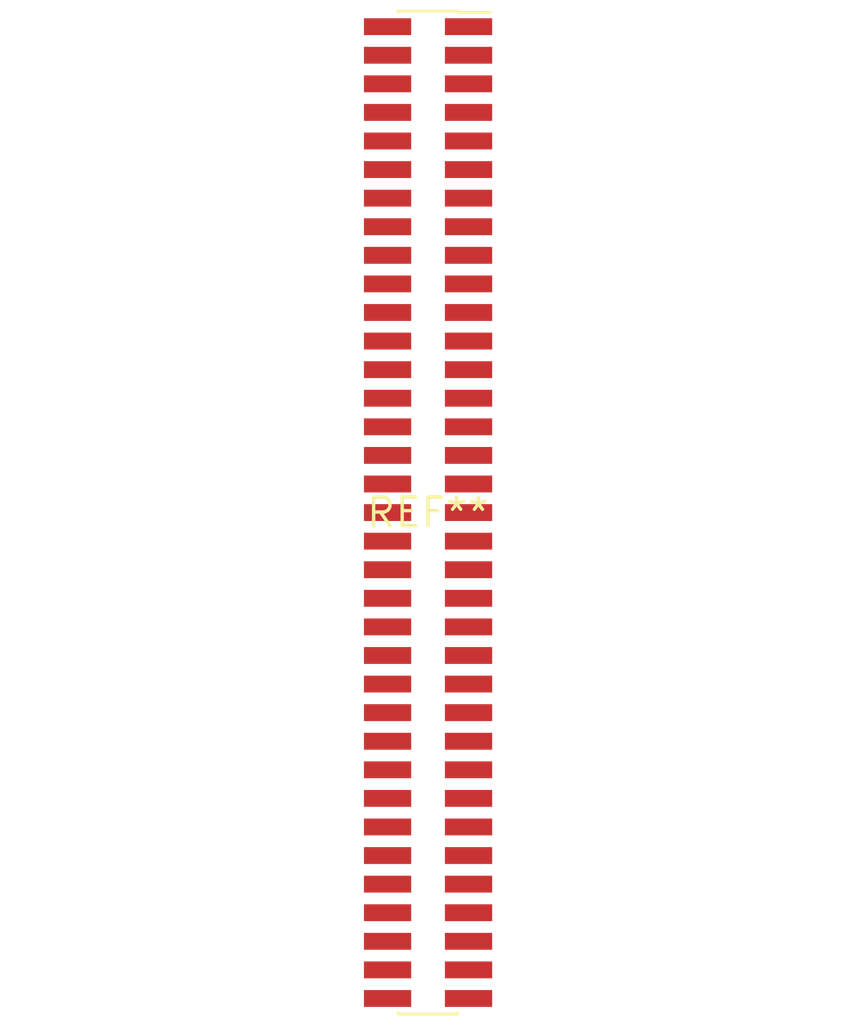
<source format=kicad_pcb>
(kicad_pcb (version 20240108) (generator pcbnew)
  (layers (0 "F.Cu" signal) (31 "B.Cu" signal) (34 "B.Paste" user) (35 "F.Paste" user) (36 "B.SilkS" user "B.Silkscreen") (37 "F.SilkS" user "F.Silkscreen") (38 "B.Mask" user) (39 "F.Mask" user) (44 "Edge.Cuts" user))
  (net 0 "")
  (footprint "PinSocket_2x35_P1.27mm_Vertical_SMD" (layer "F.Cu") (at 0 0)
    (property "Reference" "REF**")
    (property "Value" "PinSocket_2x35_P1.27mm_Vertical_SMD")
    (fp_line (start -1.33 -22.285) (end -1.33 -22.225) (layer "F.SilkS") (stroke (width 0.12)))
    (fp_line (start -1.33 -22.285) (end 1.33 -22.285) (layer "F.SilkS") (stroke (width 0.12)))
    (fp_line (start -1.33 22.225) (end -1.33 22.285) (layer "F.SilkS") (stroke (width 0.12)))
    (fp_line (start -1.33 22.285) (end 1.33 22.285) (layer "F.SilkS") (stroke (width 0.12)))
    (fp_line (start 1.33 -22.285) (end 1.33 -22.225) (layer "F.SilkS") (stroke (width 0.12)))
    (fp_line (start 1.33 -22.225) (end 2.79 -22.225) (layer "F.SilkS") (stroke (width 0.12)))
    (fp_line (start 1.33 22.225) (end 1.33 22.285) (layer "F.SilkS") (stroke (width 0.12)))
    (pad "1" smd rect (at 1.8 -21.59) (size 2.1 0.75) (layers "F.Cu" "F.Paste" "F.Mask"))
    (pad "2" smd rect (at -1.8 -21.59) (size 2.1 0.75) (layers "F.Cu" "F.Paste" "F.Mask"))
    (pad "3" smd rect (at 1.8 -20.32) (size 2.1 0.75) (layers "F.Cu" "F.Paste" "F.Mask"))
    (pad "4" smd rect (at -1.8 -20.32) (size 2.1 0.75) (layers "F.Cu" "F.Paste" "F.Mask"))
    (pad "5" smd rect (at 1.8 -19.05) (size 2.1 0.75) (layers "F.Cu" "F.Paste" "F.Mask"))
    (pad "6" smd rect (at -1.8 -19.05) (size 2.1 0.75) (layers "F.Cu" "F.Paste" "F.Mask"))
    (pad "7" smd rect (at 1.8 -17.78) (size 2.1 0.75) (layers "F.Cu" "F.Paste" "F.Mask"))
    (pad "8" smd rect (at -1.8 -17.78) (size 2.1 0.75) (layers "F.Cu" "F.Paste" "F.Mask"))
    (pad "9" smd rect (at 1.8 -16.51) (size 2.1 0.75) (layers "F.Cu" "F.Paste" "F.Mask"))
    (pad "10" smd rect (at -1.8 -16.51) (size 2.1 0.75) (layers "F.Cu" "F.Paste" "F.Mask"))
    (pad "11" smd rect (at 1.8 -15.24) (size 2.1 0.75) (layers "F.Cu" "F.Paste" "F.Mask"))
    (pad "12" smd rect (at -1.8 -15.24) (size 2.1 0.75) (layers "F.Cu" "F.Paste" "F.Mask"))
    (pad "13" smd rect (at 1.8 -13.97) (size 2.1 0.75) (layers "F.Cu" "F.Paste" "F.Mask"))
    (pad "14" smd rect (at -1.8 -13.97) (size 2.1 0.75) (layers "F.Cu" "F.Paste" "F.Mask"))
    (pad "15" smd rect (at 1.8 -12.7) (size 2.1 0.75) (layers "F.Cu" "F.Paste" "F.Mask"))
    (pad "16" smd rect (at -1.8 -12.7) (size 2.1 0.75) (layers "F.Cu" "F.Paste" "F.Mask"))
    (pad "17" smd rect (at 1.8 -11.43) (size 2.1 0.75) (layers "F.Cu" "F.Paste" "F.Mask"))
    (pad "18" smd rect (at -1.8 -11.43) (size 2.1 0.75) (layers "F.Cu" "F.Paste" "F.Mask"))
    (pad "19" smd rect (at 1.8 -10.16) (size 2.1 0.75) (layers "F.Cu" "F.Paste" "F.Mask"))
    (pad "20" smd rect (at -1.8 -10.16) (size 2.1 0.75) (layers "F.Cu" "F.Paste" "F.Mask"))
    (pad "21" smd rect (at 1.8 -8.89) (size 2.1 0.75) (layers "F.Cu" "F.Paste" "F.Mask"))
    (pad "22" smd rect (at -1.8 -8.89) (size 2.1 0.75) (layers "F.Cu" "F.Paste" "F.Mask"))
    (pad "23" smd rect (at 1.8 -7.62) (size 2.1 0.75) (layers "F.Cu" "F.Paste" "F.Mask"))
    (pad "24" smd rect (at -1.8 -7.62) (size 2.1 0.75) (layers "F.Cu" "F.Paste" "F.Mask"))
    (pad "25" smd rect (at 1.8 -6.35) (size 2.1 0.75) (layers "F.Cu" "F.Paste" "F.Mask"))
    (pad "26" smd rect (at -1.8 -6.35) (size 2.1 0.75) (layers "F.Cu" "F.Paste" "F.Mask"))
    (pad "27" smd rect (at 1.8 -5.08) (size 2.1 0.75) (layers "F.Cu" "F.Paste" "F.Mask"))
    (pad "28" smd rect (at -1.8 -5.08) (size 2.1 0.75) (layers "F.Cu" "F.Paste" "F.Mask"))
    (pad "29" smd rect (at 1.8 -3.81) (size 2.1 0.75) (layers "F.Cu" "F.Paste" "F.Mask"))
    (pad "30" smd rect (at -1.8 -3.81) (size 2.1 0.75) (layers "F.Cu" "F.Paste" "F.Mask"))
    (pad "31" smd rect (at 1.8 -2.54) (size 2.1 0.75) (layers "F.Cu" "F.Paste" "F.Mask"))
    (pad "32" smd rect (at -1.8 -2.54) (size 2.1 0.75) (layers "F.Cu" "F.Paste" "F.Mask"))
    (pad "33" smd rect (at 1.8 -1.27) (size 2.1 0.75) (layers "F.Cu" "F.Paste" "F.Mask"))
    (pad "34" smd rect (at -1.8 -1.27) (size 2.1 0.75) (layers "F.Cu" "F.Paste" "F.Mask"))
    (pad "35" smd rect (at 1.8 0) (size 2.1 0.75) (layers "F.Cu" "F.Paste" "F.Mask"))
    (pad "36" smd rect (at -1.8 0) (size 2.1 0.75) (layers "F.Cu" "F.Paste" "F.Mask"))
    (pad "37" smd rect (at 1.8 1.27) (size 2.1 0.75) (layers "F.Cu" "F.Paste" "F.Mask"))
    (pad "38" smd rect (at -1.8 1.27) (size 2.1 0.75) (layers "F.Cu" "F.Paste" "F.Mask"))
    (pad "39" smd rect (at 1.8 2.54) (size 2.1 0.75) (layers "F.Cu" "F.Paste" "F.Mask"))
    (pad "40" smd rect (at -1.8 2.54) (size 2.1 0.75) (layers "F.Cu" "F.Paste" "F.Mask"))
    (pad "41" smd rect (at 1.8 3.81) (size 2.1 0.75) (layers "F.Cu" "F.Paste" "F.Mask"))
    (pad "42" smd rect (at -1.8 3.81) (size 2.1 0.75) (layers "F.Cu" "F.Paste" "F.Mask"))
    (pad "43" smd rect (at 1.8 5.08) (size 2.1 0.75) (layers "F.Cu" "F.Paste" "F.Mask"))
    (pad "44" smd rect (at -1.8 5.08) (size 2.1 0.75) (layers "F.Cu" "F.Paste" "F.Mask"))
    (pad "45" smd rect (at 1.8 6.35) (size 2.1 0.75) (layers "F.Cu" "F.Paste" "F.Mask"))
    (pad "46" smd rect (at -1.8 6.35) (size 2.1 0.75) (layers "F.Cu" "F.Paste" "F.Mask"))
    (pad "47" smd rect (at 1.8 7.62) (size 2.1 0.75) (layers "F.Cu" "F.Paste" "F.Mask"))
    (pad "48" smd rect (at -1.8 7.62) (size 2.1 0.75) (layers "F.Cu" "F.Paste" "F.Mask"))
    (pad "49" smd rect (at 1.8 8.89) (size 2.1 0.75) (layers "F.Cu" "F.Paste" "F.Mask"))
    (pad "50" smd rect (at -1.8 8.89) (size 2.1 0.75) (layers "F.Cu" "F.Paste" "F.Mask"))
    (pad "51" smd rect (at 1.8 10.16) (size 2.1 0.75) (layers "F.Cu" "F.Paste" "F.Mask"))
    (pad "52" smd rect (at -1.8 10.16) (size 2.1 0.75) (layers "F.Cu" "F.Paste" "F.Mask"))
    (pad "53" smd rect (at 1.8 11.43) (size 2.1 0.75) (layers "F.Cu" "F.Paste" "F.Mask"))
    (pad "54" smd rect (at -1.8 11.43) (size 2.1 0.75) (layers "F.Cu" "F.Paste" "F.Mask"))
    (pad "55" smd rect (at 1.8 12.7) (size 2.1 0.75) (layers "F.Cu" "F.Paste" "F.Mask"))
    (pad "56" smd rect (at -1.8 12.7) (size 2.1 0.75) (layers "F.Cu" "F.Paste" "F.Mask"))
    (pad "57" smd rect (at 1.8 13.97) (size 2.1 0.75) (layers "F.Cu" "F.Paste" "F.Mask"))
    (pad "58" smd rect (at -1.8 13.97) (size 2.1 0.75) (layers "F.Cu" "F.Paste" "F.Mask"))
    (pad "59" smd rect (at 1.8 15.24) (size 2.1 0.75) (layers "F.Cu" "F.Paste" "F.Mask"))
    (pad "60" smd rect (at -1.8 15.24) (size 2.1 0.75) (layers "F.Cu" "F.Paste" "F.Mask"))
    (pad "61" smd rect (at 1.8 16.51) (size 2.1 0.75) (layers "F.Cu" "F.Paste" "F.Mask"))
    (pad "62" smd rect (at -1.8 16.51) (size 2.1 0.75) (layers "F.Cu" "F.Paste" "F.Mask"))
    (pad "63" smd rect (at 1.8 17.78) (size 2.1 0.75) (layers "F.Cu" "F.Paste" "F.Mask"))
    (pad "64" smd rect (at -1.8 17.78) (size 2.1 0.75) (layers "F.Cu" "F.Paste" "F.Mask"))
    (pad "65" smd rect (at 1.8 19.05) (size 2.1 0.75) (layers "F.Cu" "F.Paste" "F.Mask"))
    (pad "66" smd rect (at -1.8 19.05) (size 2.1 0.75) (layers "F.Cu" "F.Paste" "F.Mask"))
    (pad "67" smd rect (at 1.8 20.32) (size 2.1 0.75) (layers "F.Cu" "F.Paste" "F.Mask"))
    (pad "68" smd rect (at -1.8 20.32) (size 2.1 0.75) (layers "F.Cu" "F.Paste" "F.Mask"))
    (pad "69" smd rect (at 1.8 21.59) (size 2.1 0.75) (layers "F.Cu" "F.Paste" "F.Mask"))
    (pad "70" smd rect (at -1.8 21.59) (size 2.1 0.75) (layers "F.Cu" "F.Paste" "F.Mask"))
  )
)
</source>
